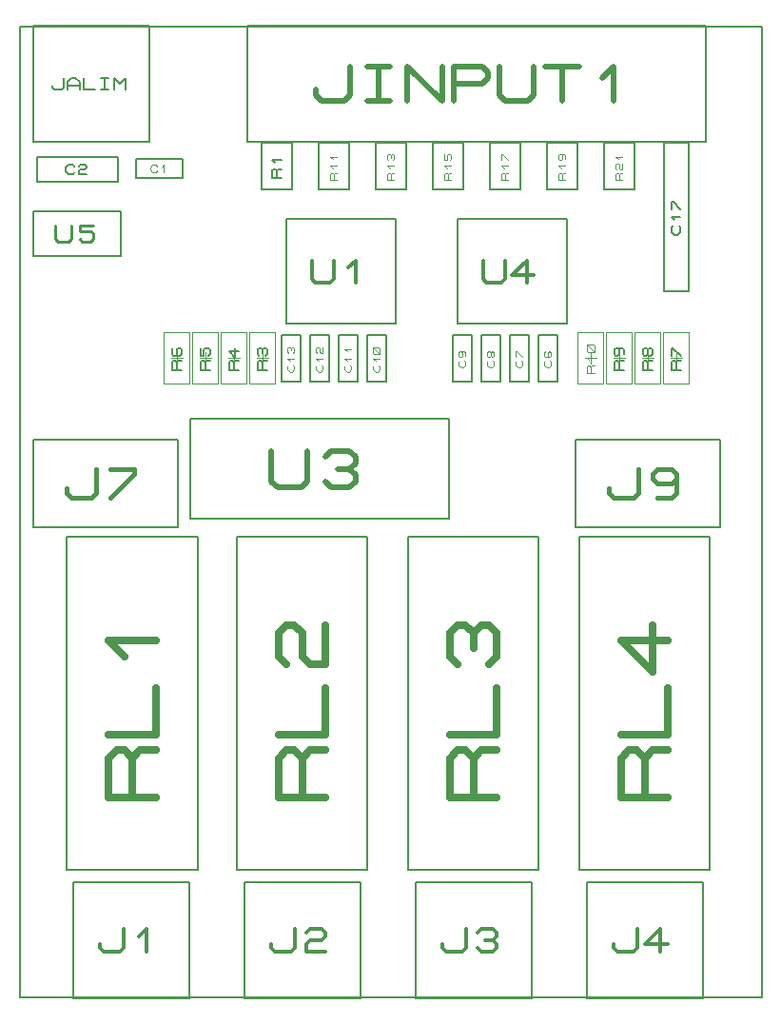
<source format=gbr>
G04 PROTEUS GERBER X2 FILE*
%TF.GenerationSoftware,Labcenter,Proteus,8.5-SP1-Build22252*%
%TF.CreationDate,2016-12-04T16:33:54+00:00*%
%TF.FileFunction,AssemblyDrawing,Top*%
%TF.FilePolarity,Positive*%
%TF.Part,Single*%
%FSLAX45Y45*%
%MOMM*%
G01*
%TA.AperFunction,Material*%
%ADD27C,0.203200*%
%ADD45C,0.172720*%
%ADD46C,0.510540*%
%ADD47C,0.345440*%
%ADD48C,0.697990*%
%ADD49C,0.533400*%
%ADD50C,0.240790*%
%ADD51C,0.132190*%
%ADD52C,0.100580*%
%ADD53C,0.325120*%
%ADD54C,0.138850*%
%ADD55C,0.104140*%
%ADD56C,0.050000*%
%ADD57C,0.141000*%
%ADD58C,0.116250*%
%ADD59C,0.430100*%
%TA.AperFunction,Profile*%
%ADD24C,0.203200*%
D27*
X-15123160Y+11673840D02*
X-14086840Y+11673840D01*
X-14086840Y+12710160D01*
X-15123160Y+12710160D01*
X-15123160Y+11673840D01*
D45*
X-14950440Y+12174728D02*
X-14950440Y+12157456D01*
X-14933168Y+12140184D01*
X-14864080Y+12140184D01*
X-14846808Y+12157456D01*
X-14846808Y+12243816D01*
X-14812264Y+12140184D02*
X-14812264Y+12209272D01*
X-14777720Y+12243816D01*
X-14743176Y+12243816D01*
X-14708632Y+12209272D01*
X-14708632Y+12140184D01*
X-14812264Y+12174728D02*
X-14708632Y+12174728D01*
X-14674088Y+12243816D02*
X-14674088Y+12140184D01*
X-14570456Y+12140184D01*
X-14518640Y+12243816D02*
X-14449552Y+12243816D01*
X-14484096Y+12243816D02*
X-14484096Y+12140184D01*
X-14518640Y+12140184D02*
X-14449552Y+12140184D01*
X-14397736Y+12140184D02*
X-14397736Y+12243816D01*
X-14345920Y+12192000D01*
X-14294104Y+12243816D01*
X-14294104Y+12140184D01*
D27*
X-13218160Y+11673840D02*
X-9133840Y+11673840D01*
X-9133840Y+12710160D01*
X-13218160Y+12710160D01*
X-13218160Y+11673840D01*
D46*
X-12605512Y+12140946D02*
X-12605512Y+12089892D01*
X-12554458Y+12038838D01*
X-12350242Y+12038838D01*
X-12299188Y+12089892D01*
X-12299188Y+12345162D01*
X-12146026Y+12345162D02*
X-11941810Y+12345162D01*
X-12043918Y+12345162D02*
X-12043918Y+12038838D01*
X-12146026Y+12038838D02*
X-11941810Y+12038838D01*
X-11788648Y+12038838D02*
X-11788648Y+12345162D01*
X-11482324Y+12038838D01*
X-11482324Y+12345162D01*
X-11380216Y+12038838D02*
X-11380216Y+12345162D01*
X-11124946Y+12345162D01*
X-11073892Y+12294108D01*
X-11073892Y+12243054D01*
X-11124946Y+12192000D01*
X-11380216Y+12192000D01*
X-10971784Y+12345162D02*
X-10971784Y+12089892D01*
X-10920730Y+12038838D01*
X-10716514Y+12038838D01*
X-10665460Y+12089892D01*
X-10665460Y+12345162D01*
X-10563352Y+12345162D02*
X-10257028Y+12345162D01*
X-10410190Y+12345162D02*
X-10410190Y+12038838D01*
X-10052812Y+12243054D02*
X-9950704Y+12345162D01*
X-9950704Y+12038838D01*
D27*
X-14766160Y+4053840D02*
X-13729840Y+4053840D01*
X-13729840Y+5090160D01*
X-14766160Y+5090160D01*
X-14766160Y+4053840D01*
D47*
X-14524352Y+4537456D02*
X-14524352Y+4502912D01*
X-14489808Y+4468368D01*
X-14351632Y+4468368D01*
X-14317088Y+4502912D01*
X-14317088Y+4675632D01*
X-14178912Y+4606544D02*
X-14109824Y+4675632D01*
X-14109824Y+4468368D01*
D27*
X-13242160Y+4053840D02*
X-12205840Y+4053840D01*
X-12205840Y+5090160D01*
X-13242160Y+5090160D01*
X-13242160Y+4053840D01*
D47*
X-13000352Y+4537456D02*
X-13000352Y+4502912D01*
X-12965808Y+4468368D01*
X-12827632Y+4468368D01*
X-12793088Y+4502912D01*
X-12793088Y+4675632D01*
X-12689456Y+4641088D02*
X-12654912Y+4675632D01*
X-12551280Y+4675632D01*
X-12516736Y+4641088D01*
X-12516736Y+4606544D01*
X-12551280Y+4572000D01*
X-12654912Y+4572000D01*
X-12689456Y+4537456D01*
X-12689456Y+4468368D01*
X-12516736Y+4468368D01*
D27*
X-11718160Y+4053840D02*
X-10681840Y+4053840D01*
X-10681840Y+5090160D01*
X-11718160Y+5090160D01*
X-11718160Y+4053840D01*
D47*
X-11476352Y+4537456D02*
X-11476352Y+4502912D01*
X-11441808Y+4468368D01*
X-11303632Y+4468368D01*
X-11269088Y+4502912D01*
X-11269088Y+4675632D01*
X-11165456Y+4641088D02*
X-11130912Y+4675632D01*
X-11027280Y+4675632D01*
X-10992736Y+4641088D01*
X-10992736Y+4606544D01*
X-11027280Y+4572000D01*
X-10992736Y+4537456D01*
X-10992736Y+4502912D01*
X-11027280Y+4468368D01*
X-11130912Y+4468368D01*
X-11165456Y+4502912D01*
X-11096368Y+4572000D02*
X-11027280Y+4572000D01*
D27*
X-10194160Y+4053840D02*
X-9157840Y+4053840D01*
X-9157840Y+5090160D01*
X-10194160Y+5090160D01*
X-10194160Y+4053840D01*
D47*
X-9952352Y+4537456D02*
X-9952352Y+4502912D01*
X-9917808Y+4468368D01*
X-9779632Y+4468368D01*
X-9745088Y+4502912D01*
X-9745088Y+4675632D01*
X-9468736Y+4537456D02*
X-9676000Y+4537456D01*
X-9537824Y+4675632D01*
X-9537824Y+4468368D01*
D27*
X-14820200Y+5199540D02*
X-13656880Y+5199540D01*
X-13656880Y+8160360D01*
X-14820200Y+8160360D01*
X-14820200Y+5199540D01*
D48*
X-14029142Y+5842361D02*
X-14447937Y+5842361D01*
X-14447937Y+6191356D01*
X-14378138Y+6261155D01*
X-14308339Y+6261155D01*
X-14238540Y+6191356D01*
X-14238540Y+5842361D01*
X-14238540Y+6191356D02*
X-14168740Y+6261155D01*
X-14029142Y+6261155D01*
X-14447937Y+6400754D02*
X-14029142Y+6400754D01*
X-14029142Y+6819548D01*
X-14308339Y+7098745D02*
X-14447937Y+7238343D01*
X-14029142Y+7238343D01*
D27*
X-13308200Y+5199540D02*
X-12144880Y+5199540D01*
X-12144880Y+8160360D01*
X-13308200Y+8160360D01*
X-13308200Y+5199540D01*
D48*
X-12517142Y+5842361D02*
X-12935937Y+5842361D01*
X-12935937Y+6191356D01*
X-12866138Y+6261155D01*
X-12796339Y+6261155D01*
X-12726540Y+6191356D01*
X-12726540Y+5842361D01*
X-12726540Y+6191356D02*
X-12656740Y+6261155D01*
X-12517142Y+6261155D01*
X-12935937Y+6400754D02*
X-12517142Y+6400754D01*
X-12517142Y+6819548D01*
X-12866138Y+7028946D02*
X-12935937Y+7098745D01*
X-12935937Y+7308142D01*
X-12866138Y+7377941D01*
X-12796339Y+7377941D01*
X-12726540Y+7308142D01*
X-12726540Y+7098745D01*
X-12656740Y+7028946D01*
X-12517142Y+7028946D01*
X-12517142Y+7377941D01*
D27*
X-11784200Y+5199540D02*
X-10620880Y+5199540D01*
X-10620880Y+8160360D01*
X-11784200Y+8160360D01*
X-11784200Y+5199540D01*
D48*
X-10993142Y+5842361D02*
X-11411937Y+5842361D01*
X-11411937Y+6191356D01*
X-11342138Y+6261155D01*
X-11272339Y+6261155D01*
X-11202540Y+6191356D01*
X-11202540Y+5842361D01*
X-11202540Y+6191356D02*
X-11132740Y+6261155D01*
X-10993142Y+6261155D01*
X-11411937Y+6400754D02*
X-10993142Y+6400754D01*
X-10993142Y+6819548D01*
X-11342138Y+7028946D02*
X-11411937Y+7098745D01*
X-11411937Y+7308142D01*
X-11342138Y+7377941D01*
X-11272339Y+7377941D01*
X-11202540Y+7308142D01*
X-11132740Y+7377941D01*
X-11062941Y+7377941D01*
X-10993142Y+7308142D01*
X-10993142Y+7098745D01*
X-11062941Y+7028946D01*
X-11202540Y+7168544D02*
X-11202540Y+7308142D01*
D27*
X-10260200Y+5199540D02*
X-9096880Y+5199540D01*
X-9096880Y+8160360D01*
X-10260200Y+8160360D01*
X-10260200Y+5199540D01*
D48*
X-9469142Y+5842361D02*
X-9887937Y+5842361D01*
X-9887937Y+6191356D01*
X-9818138Y+6261155D01*
X-9748339Y+6261155D01*
X-9678540Y+6191356D01*
X-9678540Y+5842361D01*
X-9678540Y+6191356D02*
X-9608740Y+6261155D01*
X-9469142Y+6261155D01*
X-9887937Y+6400754D02*
X-9469142Y+6400754D01*
X-9469142Y+6819548D01*
X-9608740Y+7377941D02*
X-9608740Y+6959147D01*
X-9887937Y+7238343D01*
X-9469142Y+7238343D01*
D27*
X-13726160Y+8318500D02*
X-11419840Y+8318500D01*
X-11419840Y+9207500D01*
X-13726160Y+9207500D01*
X-13726160Y+8318500D01*
D49*
X-12999720Y+8923020D02*
X-12999720Y+8656320D01*
X-12946380Y+8602980D01*
X-12733020Y+8602980D01*
X-12679680Y+8656320D01*
X-12679680Y+8923020D01*
X-12519660Y+8869680D02*
X-12466320Y+8923020D01*
X-12306300Y+8923020D01*
X-12252960Y+8869680D01*
X-12252960Y+8816340D01*
X-12306300Y+8763000D01*
X-12252960Y+8709660D01*
X-12252960Y+8656320D01*
X-12306300Y+8602980D01*
X-12466320Y+8602980D01*
X-12519660Y+8656320D01*
X-12412980Y+8763000D02*
X-12306300Y+8763000D01*
D27*
X-15123160Y+10657840D02*
X-14340840Y+10657840D01*
X-14340840Y+11059160D01*
X-15123160Y+11059160D01*
X-15123160Y+10657840D01*
D50*
X-14924633Y+10930737D02*
X-14924633Y+10810341D01*
X-14900554Y+10786262D01*
X-14804238Y+10786262D01*
X-14780159Y+10810341D01*
X-14780159Y+10930737D01*
X-14587526Y+10930737D02*
X-14707921Y+10930737D01*
X-14707921Y+10882579D01*
X-14611605Y+10882579D01*
X-14587526Y+10858500D01*
X-14587526Y+10810341D01*
X-14611605Y+10786262D01*
X-14683842Y+10786262D01*
X-14707921Y+10810341D01*
D27*
X-15088160Y+11319840D02*
X-14367840Y+11319840D01*
X-14367840Y+11540160D01*
X-15088160Y+11540160D01*
X-15088160Y+11319840D01*
D51*
X-14754439Y+11403561D02*
X-14767658Y+11390342D01*
X-14807315Y+11390342D01*
X-14833753Y+11416780D01*
X-14833753Y+11443219D01*
X-14807315Y+11469657D01*
X-14767658Y+11469657D01*
X-14754439Y+11456438D01*
X-14714781Y+11456438D02*
X-14701562Y+11469657D01*
X-14661905Y+11469657D01*
X-14648686Y+11456438D01*
X-14648686Y+11443219D01*
X-14661905Y+11430000D01*
X-14701562Y+11430000D01*
X-14714781Y+11416780D01*
X-14714781Y+11390342D01*
X-14648686Y+11390342D01*
D27*
X-14208760Y+11354180D02*
X-13792200Y+11354180D01*
X-13792200Y+11521820D01*
X-14208760Y+11521820D01*
X-14208760Y+11354180D01*
D52*
X-14020597Y+11417883D02*
X-14030656Y+11407824D01*
X-14060831Y+11407824D01*
X-14080947Y+11427941D01*
X-14080947Y+11448058D01*
X-14060831Y+11468175D01*
X-14030656Y+11468175D01*
X-14020597Y+11458116D01*
X-13980364Y+11448058D02*
X-13960247Y+11468175D01*
X-13960247Y+11407824D01*
D27*
X-12870180Y+10058400D02*
X-11894820Y+10058400D01*
X-11894820Y+10985500D01*
X-12870180Y+10985500D01*
X-12870180Y+10058400D01*
D53*
X-12642596Y+10619486D02*
X-12642596Y+10456926D01*
X-12610084Y+10424414D01*
X-12480036Y+10424414D01*
X-12447524Y+10456926D01*
X-12447524Y+10619486D01*
X-12317476Y+10554462D02*
X-12252452Y+10619486D01*
X-12252452Y+10424414D01*
D27*
X-11346180Y+10058400D02*
X-10370820Y+10058400D01*
X-10370820Y+10985500D01*
X-11346180Y+10985500D01*
X-11346180Y+10058400D01*
D53*
X-11118596Y+10619486D02*
X-11118596Y+10456926D01*
X-11086084Y+10424414D01*
X-10956036Y+10424414D01*
X-10923524Y+10456926D01*
X-10923524Y+10619486D01*
X-10663428Y+10489438D02*
X-10858500Y+10489438D01*
X-10728452Y+10619486D01*
X-10728452Y+10424414D01*
D27*
X-9508160Y+10346840D02*
X-9287840Y+10346840D01*
X-9287840Y+11667160D01*
X-9508160Y+11667160D01*
X-9508160Y+10346840D01*
D51*
X-9371561Y+10927685D02*
X-9358342Y+10914466D01*
X-9358342Y+10874809D01*
X-9384780Y+10848371D01*
X-9411219Y+10848371D01*
X-9437657Y+10874809D01*
X-9437657Y+10914466D01*
X-9424438Y+10927685D01*
X-9411219Y+10980562D02*
X-9437657Y+11007000D01*
X-9358342Y+11007000D01*
X-9437657Y+11073096D02*
X-9437657Y+11139191D01*
X-9424438Y+11139191D01*
X-9358342Y+11073096D01*
D27*
X-13091160Y+11252200D02*
X-12816840Y+11252200D01*
X-12816840Y+11668760D01*
X-13091160Y+11668760D01*
X-13091160Y+11252200D01*
D54*
X-12912344Y+11349398D02*
X-12995656Y+11349398D01*
X-12995656Y+11418824D01*
X-12981771Y+11432709D01*
X-12967885Y+11432709D01*
X-12954000Y+11418824D01*
X-12954000Y+11349398D01*
X-12954000Y+11418824D02*
X-12940115Y+11432709D01*
X-12912344Y+11432709D01*
X-12967885Y+11488250D02*
X-12995656Y+11516021D01*
X-12912344Y+11516021D01*
D27*
X-12583160Y+11252200D02*
X-12308840Y+11252200D01*
X-12308840Y+11668760D01*
X-12583160Y+11668760D01*
X-12583160Y+11252200D01*
D55*
X-12414758Y+11335512D02*
X-12477242Y+11335512D01*
X-12477242Y+11387582D01*
X-12466828Y+11397996D01*
X-12456414Y+11397996D01*
X-12446000Y+11387582D01*
X-12446000Y+11335512D01*
X-12446000Y+11387582D02*
X-12435586Y+11397996D01*
X-12414758Y+11397996D01*
X-12456414Y+11439652D02*
X-12477242Y+11460480D01*
X-12414758Y+11460480D01*
X-12456414Y+11522964D02*
X-12477242Y+11543792D01*
X-12414758Y+11543792D01*
D27*
X-12075160Y+11252200D02*
X-11800840Y+11252200D01*
X-11800840Y+11668760D01*
X-12075160Y+11668760D01*
X-12075160Y+11252200D01*
D55*
X-11906758Y+11335512D02*
X-11969242Y+11335512D01*
X-11969242Y+11387582D01*
X-11958828Y+11397996D01*
X-11948414Y+11397996D01*
X-11938000Y+11387582D01*
X-11938000Y+11335512D01*
X-11938000Y+11387582D02*
X-11927586Y+11397996D01*
X-11906758Y+11397996D01*
X-11948414Y+11439652D02*
X-11969242Y+11460480D01*
X-11906758Y+11460480D01*
X-11958828Y+11512550D02*
X-11969242Y+11522964D01*
X-11969242Y+11554206D01*
X-11958828Y+11564620D01*
X-11948414Y+11564620D01*
X-11938000Y+11554206D01*
X-11927586Y+11564620D01*
X-11917172Y+11564620D01*
X-11906758Y+11554206D01*
X-11906758Y+11522964D01*
X-11917172Y+11512550D01*
X-11938000Y+11533378D02*
X-11938000Y+11554206D01*
D27*
X-11567160Y+11252200D02*
X-11292840Y+11252200D01*
X-11292840Y+11668760D01*
X-11567160Y+11668760D01*
X-11567160Y+11252200D01*
D55*
X-11398758Y+11335512D02*
X-11461242Y+11335512D01*
X-11461242Y+11387582D01*
X-11450828Y+11397996D01*
X-11440414Y+11397996D01*
X-11430000Y+11387582D01*
X-11430000Y+11335512D01*
X-11430000Y+11387582D02*
X-11419586Y+11397996D01*
X-11398758Y+11397996D01*
X-11440414Y+11439652D02*
X-11461242Y+11460480D01*
X-11398758Y+11460480D01*
X-11461242Y+11564620D02*
X-11461242Y+11512550D01*
X-11440414Y+11512550D01*
X-11440414Y+11554206D01*
X-11430000Y+11564620D01*
X-11409172Y+11564620D01*
X-11398758Y+11554206D01*
X-11398758Y+11522964D01*
X-11409172Y+11512550D01*
D27*
X-11059160Y+11252200D02*
X-10784840Y+11252200D01*
X-10784840Y+11668760D01*
X-11059160Y+11668760D01*
X-11059160Y+11252200D01*
D55*
X-10890758Y+11335512D02*
X-10953242Y+11335512D01*
X-10953242Y+11387582D01*
X-10942828Y+11397996D01*
X-10932414Y+11397996D01*
X-10922000Y+11387582D01*
X-10922000Y+11335512D01*
X-10922000Y+11387582D02*
X-10911586Y+11397996D01*
X-10890758Y+11397996D01*
X-10932414Y+11439652D02*
X-10953242Y+11460480D01*
X-10890758Y+11460480D01*
X-10953242Y+11512550D02*
X-10953242Y+11564620D01*
X-10942828Y+11564620D01*
X-10890758Y+11512550D01*
D27*
X-10551160Y+11252200D02*
X-10276840Y+11252200D01*
X-10276840Y+11668760D01*
X-10551160Y+11668760D01*
X-10551160Y+11252200D01*
D55*
X-10382758Y+11335512D02*
X-10445242Y+11335512D01*
X-10445242Y+11387582D01*
X-10434828Y+11397996D01*
X-10424414Y+11397996D01*
X-10414000Y+11387582D01*
X-10414000Y+11335512D01*
X-10414000Y+11387582D02*
X-10403586Y+11397996D01*
X-10382758Y+11397996D01*
X-10424414Y+11439652D02*
X-10445242Y+11460480D01*
X-10382758Y+11460480D01*
X-10424414Y+11564620D02*
X-10414000Y+11554206D01*
X-10414000Y+11522964D01*
X-10424414Y+11512550D01*
X-10434828Y+11512550D01*
X-10445242Y+11522964D01*
X-10445242Y+11554206D01*
X-10434828Y+11564620D01*
X-10393172Y+11564620D01*
X-10382758Y+11554206D01*
X-10382758Y+11522964D01*
D27*
X-10043160Y+11252200D02*
X-9768840Y+11252200D01*
X-9768840Y+11668760D01*
X-10043160Y+11668760D01*
X-10043160Y+11252200D01*
D55*
X-9874758Y+11335512D02*
X-9937242Y+11335512D01*
X-9937242Y+11387582D01*
X-9926828Y+11397996D01*
X-9916414Y+11397996D01*
X-9906000Y+11387582D01*
X-9906000Y+11335512D01*
X-9906000Y+11387582D02*
X-9895586Y+11397996D01*
X-9874758Y+11397996D01*
X-9926828Y+11429238D02*
X-9937242Y+11439652D01*
X-9937242Y+11470894D01*
X-9926828Y+11481308D01*
X-9916414Y+11481308D01*
X-9906000Y+11470894D01*
X-9906000Y+11439652D01*
X-9895586Y+11429238D01*
X-9874758Y+11429238D01*
X-9874758Y+11481308D01*
X-9916414Y+11522964D02*
X-9937242Y+11543792D01*
X-9874758Y+11543792D01*
D27*
X-10624820Y+9540240D02*
X-10457180Y+9540240D01*
X-10457180Y+9956800D01*
X-10624820Y+9956800D01*
X-10624820Y+9540240D01*
D52*
X-10520883Y+9728403D02*
X-10510824Y+9718344D01*
X-10510824Y+9688169D01*
X-10530941Y+9668053D01*
X-10551058Y+9668053D01*
X-10571175Y+9688169D01*
X-10571175Y+9718344D01*
X-10561116Y+9728403D01*
X-10561116Y+9808870D02*
X-10571175Y+9798811D01*
X-10571175Y+9768636D01*
X-10561116Y+9758578D01*
X-10520883Y+9758578D01*
X-10510824Y+9768636D01*
X-10510824Y+9798811D01*
X-10520883Y+9808870D01*
X-10530941Y+9808870D01*
X-10541000Y+9798811D01*
X-10541000Y+9758578D01*
D27*
X-10878820Y+9540240D02*
X-10711180Y+9540240D01*
X-10711180Y+9956800D01*
X-10878820Y+9956800D01*
X-10878820Y+9540240D01*
D52*
X-10774883Y+9728403D02*
X-10764824Y+9718344D01*
X-10764824Y+9688169D01*
X-10784941Y+9668053D01*
X-10805058Y+9668053D01*
X-10825175Y+9688169D01*
X-10825175Y+9718344D01*
X-10815116Y+9728403D01*
X-10825175Y+9758578D02*
X-10825175Y+9808870D01*
X-10815116Y+9808870D01*
X-10764824Y+9758578D01*
D27*
X-11132820Y+9540240D02*
X-10965180Y+9540240D01*
X-10965180Y+9956800D01*
X-11132820Y+9956800D01*
X-11132820Y+9540240D01*
D52*
X-11028883Y+9728403D02*
X-11018824Y+9718344D01*
X-11018824Y+9688169D01*
X-11038941Y+9668053D01*
X-11059058Y+9668053D01*
X-11079175Y+9688169D01*
X-11079175Y+9718344D01*
X-11069116Y+9728403D01*
X-11049000Y+9768636D02*
X-11059058Y+9758578D01*
X-11069116Y+9758578D01*
X-11079175Y+9768636D01*
X-11079175Y+9798811D01*
X-11069116Y+9808870D01*
X-11059058Y+9808870D01*
X-11049000Y+9798811D01*
X-11049000Y+9768636D01*
X-11038941Y+9758578D01*
X-11028883Y+9758578D01*
X-11018824Y+9768636D01*
X-11018824Y+9798811D01*
X-11028883Y+9808870D01*
X-11038941Y+9808870D01*
X-11049000Y+9798811D01*
D27*
X-11386820Y+9540240D02*
X-11219180Y+9540240D01*
X-11219180Y+9956800D01*
X-11386820Y+9956800D01*
X-11386820Y+9540240D01*
D52*
X-11282883Y+9728403D02*
X-11272824Y+9718344D01*
X-11272824Y+9688169D01*
X-11292941Y+9668053D01*
X-11313058Y+9668053D01*
X-11333175Y+9688169D01*
X-11333175Y+9718344D01*
X-11323116Y+9728403D01*
X-11313058Y+9808870D02*
X-11303000Y+9798811D01*
X-11303000Y+9768636D01*
X-11313058Y+9758578D01*
X-11323116Y+9758578D01*
X-11333175Y+9768636D01*
X-11333175Y+9798811D01*
X-11323116Y+9808870D01*
X-11282883Y+9808870D01*
X-11272824Y+9798811D01*
X-11272824Y+9768636D01*
D27*
X-12402820Y+9540240D02*
X-12235180Y+9540240D01*
X-12235180Y+9956800D01*
X-12402820Y+9956800D01*
X-12402820Y+9540240D01*
D52*
X-12298883Y+9688170D02*
X-12288824Y+9678111D01*
X-12288824Y+9647936D01*
X-12308941Y+9627820D01*
X-12329058Y+9627820D01*
X-12349175Y+9647936D01*
X-12349175Y+9678111D01*
X-12339116Y+9688170D01*
X-12329058Y+9728403D02*
X-12349175Y+9748520D01*
X-12288824Y+9748520D01*
X-12329058Y+9808870D02*
X-12349175Y+9828987D01*
X-12288824Y+9828987D01*
D27*
X-12656820Y+9540240D02*
X-12489180Y+9540240D01*
X-12489180Y+9956800D01*
X-12656820Y+9956800D01*
X-12656820Y+9540240D01*
D52*
X-12552883Y+9688170D02*
X-12542824Y+9678111D01*
X-12542824Y+9647936D01*
X-12562941Y+9627820D01*
X-12583058Y+9627820D01*
X-12603175Y+9647936D01*
X-12603175Y+9678111D01*
X-12593116Y+9688170D01*
X-12583058Y+9728403D02*
X-12603175Y+9748520D01*
X-12542824Y+9748520D01*
X-12593116Y+9798812D02*
X-12603175Y+9808870D01*
X-12603175Y+9839045D01*
X-12593116Y+9849104D01*
X-12583058Y+9849104D01*
X-12573000Y+9839045D01*
X-12573000Y+9808870D01*
X-12562941Y+9798812D01*
X-12542824Y+9798812D01*
X-12542824Y+9849104D01*
D27*
X-12910820Y+9540240D02*
X-12743180Y+9540240D01*
X-12743180Y+9956800D01*
X-12910820Y+9956800D01*
X-12910820Y+9540240D01*
D52*
X-12806883Y+9688170D02*
X-12796824Y+9678111D01*
X-12796824Y+9647936D01*
X-12816941Y+9627820D01*
X-12837058Y+9627820D01*
X-12857175Y+9647936D01*
X-12857175Y+9678111D01*
X-12847116Y+9688170D01*
X-12837058Y+9728403D02*
X-12857175Y+9748520D01*
X-12796824Y+9748520D01*
X-12847116Y+9798812D02*
X-12857175Y+9808870D01*
X-12857175Y+9839045D01*
X-12847116Y+9849104D01*
X-12837058Y+9849104D01*
X-12827000Y+9839045D01*
X-12816941Y+9849104D01*
X-12806883Y+9849104D01*
X-12796824Y+9839045D01*
X-12796824Y+9808870D01*
X-12806883Y+9798812D01*
X-12827000Y+9818929D02*
X-12827000Y+9839045D01*
D56*
X-13196000Y+9986000D02*
X-13196000Y+9526000D01*
X-12966000Y+9526000D01*
X-12966000Y+9986000D01*
X-13196000Y+9986000D01*
X-13031000Y+9756000D02*
X-13131000Y+9756000D01*
X-13081000Y+9706000D02*
X-13081000Y+9806000D01*
D57*
X-13038700Y+9643200D02*
X-13123300Y+9643200D01*
X-13123300Y+9713700D01*
X-13109200Y+9727800D01*
X-13095100Y+9727800D01*
X-13081000Y+9713700D01*
X-13081000Y+9643200D01*
X-13081000Y+9713700D02*
X-13066900Y+9727800D01*
X-13038700Y+9727800D01*
X-13109200Y+9770100D02*
X-13123300Y+9784200D01*
X-13123300Y+9826500D01*
X-13109200Y+9840600D01*
X-13095100Y+9840600D01*
X-13081000Y+9826500D01*
X-13066900Y+9840600D01*
X-13052800Y+9840600D01*
X-13038700Y+9826500D01*
X-13038700Y+9784200D01*
X-13052800Y+9770100D01*
X-13081000Y+9798300D02*
X-13081000Y+9826500D01*
D56*
X-13450000Y+9986000D02*
X-13450000Y+9526000D01*
X-13220000Y+9526000D01*
X-13220000Y+9986000D01*
X-13450000Y+9986000D01*
X-13285000Y+9756000D02*
X-13385000Y+9756000D01*
X-13335000Y+9706000D02*
X-13335000Y+9806000D01*
D57*
X-13292700Y+9643200D02*
X-13377300Y+9643200D01*
X-13377300Y+9713700D01*
X-13363200Y+9727800D01*
X-13349100Y+9727800D01*
X-13335000Y+9713700D01*
X-13335000Y+9643200D01*
X-13335000Y+9713700D02*
X-13320900Y+9727800D01*
X-13292700Y+9727800D01*
X-13320900Y+9840600D02*
X-13320900Y+9756000D01*
X-13377300Y+9812400D01*
X-13292700Y+9812400D01*
D56*
X-13704000Y+9986000D02*
X-13704000Y+9526000D01*
X-13474000Y+9526000D01*
X-13474000Y+9986000D01*
X-13704000Y+9986000D01*
X-13539000Y+9756000D02*
X-13639000Y+9756000D01*
X-13589000Y+9706000D02*
X-13589000Y+9806000D01*
D57*
X-13546700Y+9643200D02*
X-13631300Y+9643200D01*
X-13631300Y+9713700D01*
X-13617200Y+9727800D01*
X-13603100Y+9727800D01*
X-13589000Y+9713700D01*
X-13589000Y+9643200D01*
X-13589000Y+9713700D02*
X-13574900Y+9727800D01*
X-13546700Y+9727800D01*
X-13631300Y+9840600D02*
X-13631300Y+9770100D01*
X-13603100Y+9770100D01*
X-13603100Y+9826500D01*
X-13589000Y+9840600D01*
X-13560800Y+9840600D01*
X-13546700Y+9826500D01*
X-13546700Y+9784200D01*
X-13560800Y+9770100D01*
D56*
X-13958000Y+9986000D02*
X-13958000Y+9526000D01*
X-13728000Y+9526000D01*
X-13728000Y+9986000D01*
X-13958000Y+9986000D01*
X-13793000Y+9756000D02*
X-13893000Y+9756000D01*
X-13843000Y+9706000D02*
X-13843000Y+9806000D01*
D57*
X-13800700Y+9643200D02*
X-13885300Y+9643200D01*
X-13885300Y+9713700D01*
X-13871200Y+9727800D01*
X-13857100Y+9727800D01*
X-13843000Y+9713700D01*
X-13843000Y+9643200D01*
X-13843000Y+9713700D02*
X-13828900Y+9727800D01*
X-13800700Y+9727800D01*
X-13871200Y+9840600D02*
X-13885300Y+9826500D01*
X-13885300Y+9784200D01*
X-13871200Y+9770100D01*
X-13814800Y+9770100D01*
X-13800700Y+9784200D01*
X-13800700Y+9826500D01*
X-13814800Y+9840600D01*
X-13828900Y+9840600D01*
X-13843000Y+9826500D01*
X-13843000Y+9770100D01*
D56*
X-9513000Y+9986000D02*
X-9513000Y+9526000D01*
X-9283000Y+9526000D01*
X-9283000Y+9986000D01*
X-9513000Y+9986000D01*
X-9348000Y+9756000D02*
X-9448000Y+9756000D01*
X-9398000Y+9706000D02*
X-9398000Y+9806000D01*
D57*
X-9355700Y+9643200D02*
X-9440300Y+9643200D01*
X-9440300Y+9713700D01*
X-9426200Y+9727800D01*
X-9412100Y+9727800D01*
X-9398000Y+9713700D01*
X-9398000Y+9643200D01*
X-9398000Y+9713700D02*
X-9383900Y+9727800D01*
X-9355700Y+9727800D01*
X-9440300Y+9770100D02*
X-9440300Y+9840600D01*
X-9426200Y+9840600D01*
X-9355700Y+9770100D01*
D56*
X-9767000Y+9986000D02*
X-9767000Y+9526000D01*
X-9537000Y+9526000D01*
X-9537000Y+9986000D01*
X-9767000Y+9986000D01*
X-9602000Y+9756000D02*
X-9702000Y+9756000D01*
X-9652000Y+9706000D02*
X-9652000Y+9806000D01*
D57*
X-9609700Y+9643200D02*
X-9694300Y+9643200D01*
X-9694300Y+9713700D01*
X-9680200Y+9727800D01*
X-9666100Y+9727800D01*
X-9652000Y+9713700D01*
X-9652000Y+9643200D01*
X-9652000Y+9713700D02*
X-9637900Y+9727800D01*
X-9609700Y+9727800D01*
X-9652000Y+9784200D02*
X-9666100Y+9770100D01*
X-9680200Y+9770100D01*
X-9694300Y+9784200D01*
X-9694300Y+9826500D01*
X-9680200Y+9840600D01*
X-9666100Y+9840600D01*
X-9652000Y+9826500D01*
X-9652000Y+9784200D01*
X-9637900Y+9770100D01*
X-9623800Y+9770100D01*
X-9609700Y+9784200D01*
X-9609700Y+9826500D01*
X-9623800Y+9840600D01*
X-9637900Y+9840600D01*
X-9652000Y+9826500D01*
D56*
X-10021000Y+9986000D02*
X-10021000Y+9526000D01*
X-9791000Y+9526000D01*
X-9791000Y+9986000D01*
X-10021000Y+9986000D01*
X-9856000Y+9756000D02*
X-9956000Y+9756000D01*
X-9906000Y+9706000D02*
X-9906000Y+9806000D01*
D57*
X-9863700Y+9643200D02*
X-9948300Y+9643200D01*
X-9948300Y+9713700D01*
X-9934200Y+9727800D01*
X-9920100Y+9727800D01*
X-9906000Y+9713700D01*
X-9906000Y+9643200D01*
X-9906000Y+9713700D02*
X-9891900Y+9727800D01*
X-9863700Y+9727800D01*
X-9920100Y+9840600D02*
X-9906000Y+9826500D01*
X-9906000Y+9784200D01*
X-9920100Y+9770100D01*
X-9934200Y+9770100D01*
X-9948300Y+9784200D01*
X-9948300Y+9826500D01*
X-9934200Y+9840600D01*
X-9877800Y+9840600D01*
X-9863700Y+9826500D01*
X-9863700Y+9784200D01*
D56*
X-10275000Y+9986000D02*
X-10275000Y+9526000D01*
X-10045000Y+9526000D01*
X-10045000Y+9986000D01*
X-10275000Y+9986000D01*
X-10110000Y+9756000D02*
X-10210000Y+9756000D01*
X-10160000Y+9706000D02*
X-10160000Y+9806000D01*
D58*
X-10125125Y+9616500D02*
X-10194875Y+9616500D01*
X-10194875Y+9674625D01*
X-10183250Y+9686250D01*
X-10171625Y+9686250D01*
X-10160000Y+9674625D01*
X-10160000Y+9616500D01*
X-10160000Y+9674625D02*
X-10148375Y+9686250D01*
X-10125125Y+9686250D01*
X-10171625Y+9732750D02*
X-10194875Y+9756000D01*
X-10125125Y+9756000D01*
X-10136750Y+9802500D02*
X-10183250Y+9802500D01*
X-10194875Y+9814125D01*
X-10194875Y+9860625D01*
X-10183250Y+9872250D01*
X-10136750Y+9872250D01*
X-10125125Y+9860625D01*
X-10125125Y+9814125D01*
X-10136750Y+9802500D01*
X-10125125Y+9802500D02*
X-10194875Y+9872250D01*
D27*
X-12148820Y+9540240D02*
X-11981180Y+9540240D01*
X-11981180Y+9956800D01*
X-12148820Y+9956800D01*
X-12148820Y+9540240D01*
D52*
X-12044883Y+9688170D02*
X-12034824Y+9678111D01*
X-12034824Y+9647936D01*
X-12054941Y+9627820D01*
X-12075058Y+9627820D01*
X-12095175Y+9647936D01*
X-12095175Y+9678111D01*
X-12085116Y+9688170D01*
X-12075058Y+9728403D02*
X-12095175Y+9748520D01*
X-12034824Y+9748520D01*
X-12044883Y+9788754D02*
X-12085116Y+9788754D01*
X-12095175Y+9798812D01*
X-12095175Y+9839045D01*
X-12085116Y+9849104D01*
X-12044883Y+9849104D01*
X-12034824Y+9839045D01*
X-12034824Y+9798812D01*
X-12044883Y+9788754D01*
X-12034824Y+9788754D02*
X-12095175Y+9849104D01*
D27*
X-15123160Y+8244840D02*
X-13832840Y+8244840D01*
X-13832840Y+9027160D01*
X-15123160Y+9027160D01*
X-15123160Y+8244840D01*
D59*
X-14822084Y+8592989D02*
X-14822084Y+8549978D01*
X-14779074Y+8506968D01*
X-14607032Y+8506968D01*
X-14564021Y+8549978D01*
X-14564021Y+8765031D01*
X-14434990Y+8765031D02*
X-14219937Y+8765031D01*
X-14219937Y+8722021D01*
X-14434990Y+8506968D01*
D27*
X-10297160Y+8244840D02*
X-9006840Y+8244840D01*
X-9006840Y+9027160D01*
X-10297160Y+9027160D01*
X-10297160Y+8244840D01*
D59*
X-9996084Y+8592989D02*
X-9996084Y+8549978D01*
X-9953074Y+8506968D01*
X-9781032Y+8506968D01*
X-9738021Y+8549978D01*
X-9738021Y+8765031D01*
X-9393937Y+8679010D02*
X-9436948Y+8636000D01*
X-9565979Y+8636000D01*
X-9608990Y+8679010D01*
X-9608990Y+8722021D01*
X-9565979Y+8765031D01*
X-9436948Y+8765031D01*
X-9393937Y+8722021D01*
X-9393937Y+8549978D01*
X-9436948Y+8506968D01*
X-9565979Y+8506968D01*
D24*
X-15240000Y+4064000D02*
X-8636000Y+4064000D01*
X-8636000Y+12700000D01*
X-15240000Y+12700000D01*
X-15240000Y+4064000D01*
M02*

</source>
